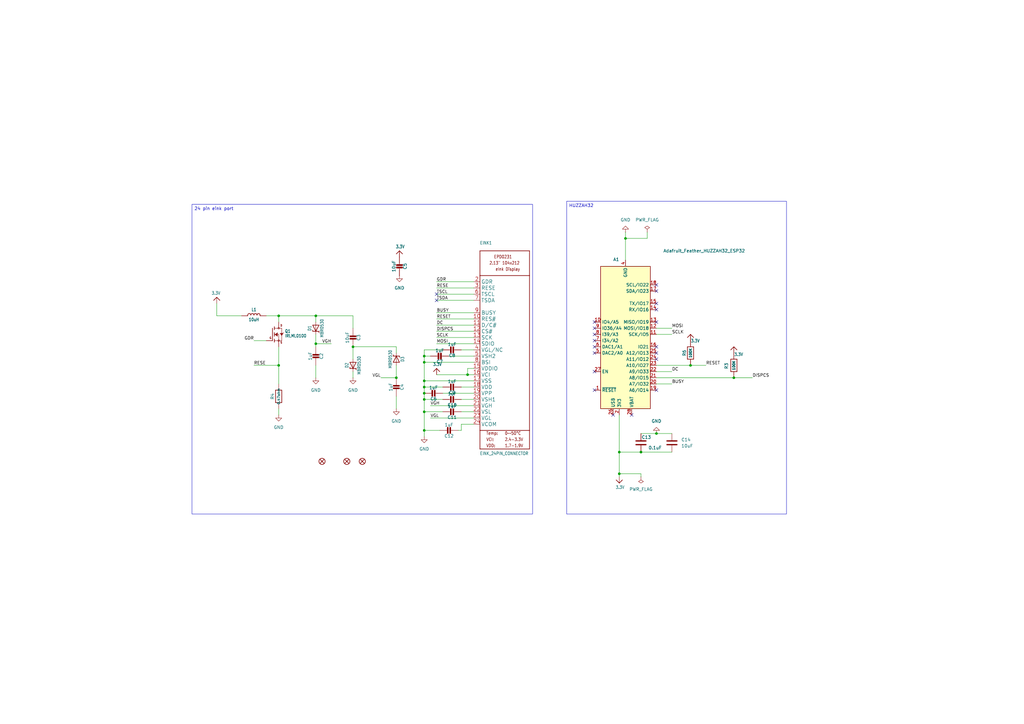
<source format=kicad_sch>
(kicad_sch (version 20250114) (generator "eeschema") (generator_version "9.0")
  (paper "A3")
  (lib_symbols
    (symbol "Adafruit eInk Breakout Friend-eagle-import:3.3V" (power)
      (symbol "3.3V_1_0"
        (polyline (pts (xy -1.27 -1.27) (xy 0 0)) (stroke (width 0.254)))
        (polyline (pts (xy 0 0) (xy 1.27 -1.27)) (stroke (width 0.254)))
        (pin power_in line (at 0 -2.54 90) (length 2.54) (name "3.3V") (number "1"))
      )
    )
    (symbol "Adafruit eInk Breakout Friend-eagle-import:CAP_CERAMIC0805-NOOUTLINE"
      (property "Reference" "C" (at -2.29 1.25 90))
      (symbol "CAP_CERAMIC0805-NOOUTLINE_1_0"
        (rectangle (start -1.27 1.524) (end 1.27 2.032) (fill (type outline)))
        (rectangle (start -1.27 0.508) (end 1.27 1.016) (fill (type outline)))
        (polyline (pts (xy 0 2.54) (xy 0 1.778)) (stroke (width 0.1524)))
        (polyline (pts (xy 0 0.762) (xy 0 0)) (stroke (width 0.1524)))
        (pin passive line (at 0 5.08 270) (length 2.54) (name "1") (number "1"))
        (pin passive line (at 0 -2.54 90) (length 2.54) (name "2") (number "2"))
      )
    )
    (symbol "Adafruit eInk Breakout Friend-eagle-import:DIODE-SCHOTTKYSOD-123"
      (property "Reference" "D" (at 0 2.54 0))
      (symbol "DIODE-SCHOTTKYSOD-123_1_0"
        (polyline (pts (xy -1.27 1.27) (xy -1.27 -1.27)) (stroke (width 0.254)))
        (polyline (pts (xy -1.27 -1.27) (xy 1.27 0)) (stroke (width 0.254)))
        (polyline (pts (xy 1.27 1.27) (xy 0.762 1.27)) (stroke (width 0.254)))
        (polyline (pts (xy 1.27 1.27) (xy 1.27 0)) (stroke (width 0.254)))
        (polyline (pts (xy 1.27 0) (xy -1.27 1.27)) (stroke (width 0.254)))
        (polyline (pts (xy 1.27 0) (xy 1.27 -1.27)) (stroke (width 0.254)))
        (polyline (pts (xy 1.27 -1.27) (xy 1.778 -1.27)) (stroke (width 0.254)))
        (pin passive line (at -2.54 0 0) (length 2.54) (name "A") (number "A"))
        (pin passive line (at 2.54 0 180) (length 2.54) (name "C") (number "C"))
      )
    )
    (symbol "Adafruit eInk Breakout Friend-eagle-import:EINK_24PIN_CONNECTOR"
      (property "Reference" "EINK" (at -10.16 43.18 0))
      (symbol "EINK_24PIN_CONNECTOR_1_0"
        (polyline (pts (xy -10.16 40.64) (xy -10.16 30.48)) (stroke (width 0.254)))
        (polyline (pts (xy -10.16 40.64) (xy 10.16 40.64)) (stroke (width 0.254)))
        (polyline (pts (xy -10.16 30.48) (xy 10.16 30.48)) (stroke (width 0.254)))
        (polyline (pts (xy -10.16 -33.02) (xy -10.16 30.48)) (stroke (width 0.254)))
        (polyline (pts (xy -10.16 -33.02) (xy -10.16 -40.64)) (stroke (width 0.254)))
        (polyline (pts (xy -10.16 -40.64) (xy 10.16 -40.64)) (stroke (width 0.254)))
        (polyline (pts (xy 10.16 40.64) (xy 10.16 30.48)) (stroke (width 0.254)))
        (polyline (pts (xy 10.16 30.48) (xy 10.16 -33.02)) (stroke (width 0.254)))
        (polyline (pts (xy 10.16 -33.02) (xy -10.16 -33.02)) (stroke (width 0.254)))
        (polyline (pts (xy 10.16 -40.64) (xy 10.16 -33.02)) (stroke (width 0.254)))
        (text "Temp:" (at -7.62 -34.925 0) (effects (font (size 1.27 1.0795)) (justify left bottom)))
        (text "VCI:" (at -7.62 -37.465 0) (effects (font (size 1.27 1.0795)) (justify left bottom)))
        (text "VDD:" (at -7.62 -40.005 0) (effects (font (size 1.27 1.0795)) (justify left bottom)))
        (text "2.13\" 104x212" (at -6.35 34.925 0) (effects (font (size 1.27 1.0795)) (justify left bottom)))
        (text "EPD0231" (at -4.445 37.465 0) (effects (font (size 1.27 1.0795)) (justify left bottom)))
        (text "eInk Display" (at -3.81 32.385 0) (effects (font (size 1.27 1.0795)) (justify left bottom)))
        (text "0~~50°C" (at 0 -34.925 0) (effects (font (size 1.27 1.0795)) (justify left bottom)))
        (text "2.4-3.3V" (at 0 -37.465 0) (effects (font (size 1.27 1.0795)) (justify left bottom)))
        (text "1.7-1.9V" (at 0 -40.005 0) (effects (font (size 1.27 1.0795)) (justify left bottom)))
        (pin output line (at -12.7 27.94 0) (length 2.54) (name "GDR") (number "2"))
        (pin input line (at -12.7 25.4 0) (length 2.54) (name "RESE") (number "3"))
        (pin output line (at -12.7 22.86 0) (length 2.54) (name "TSCL") (number "6"))
        (pin bidirectional line (at -12.7 20.32 0) (length 2.54) (name "TSDA") (number "7"))
        (pin output line (at -12.7 15.24 0) (length 2.54) (name "BUSY") (number "9"))
        (pin input line (at -12.7 12.7 0) (length 2.54) (name "RES#") (number "10"))
        (pin input line (at -12.7 10.16 0) (length 2.54) (name "D/C#") (number "11"))
        (pin input line (at -12.7 7.62 0) (length 2.54) (name "CS#") (number "12"))
        (pin bidirectional line (at -12.7 5.08 0) (length 2.54) (name "SCK") (number "13"))
        (pin bidirectional line (at -12.7 2.54 0) (length 2.54) (name "SDIO") (number "14"))
        (pin bidirectional line (at -12.7 0 0) (length 2.54) (name "VGL/NC") (number "4"))
        (pin passive line (at -12.7 -2.54 0) (length 2.54) (name "VSH2") (number "5"))
        (pin input line (at -12.7 -5.08 0) (length 2.54) (name "BSI") (number "8"))
        (pin power_in line (at -12.7 -7.62 0) (length 2.54) (name "VDDIO") (number "15"))
        (pin power_in line (at -12.7 -10.16 0) (length 2.54) (name "VCI") (number "16"))
        (pin power_in line (at -12.7 -12.7 0) (length 2.54) (name "VSS") (number "17"))
        (pin passive line (at -12.7 -15.24 0) (length 2.54) (name "VDD") (number "18"))
        (pin passive line (at -12.7 -17.78 0) (length 2.54) (name "VPP") (number "19"))
        (pin passive line (at -12.7 -20.32 0) (length 2.54) (name "VSH1") (number "20"))
        (pin passive line (at -12.7 -22.86 0) (length 2.54) (name "VGH") (number "21"))
        (pin passive line (at -12.7 -25.4 0) (length 2.54) (name "VSL") (number "22"))
        (pin passive line (at -12.7 -27.94 0) (length 2.54) (name "VGL") (number "23"))
        (pin passive line (at -12.7 -30.48 0) (length 2.54) (name "VCOM") (number "24"))
      )
    )
    (symbol "Adafruit eInk Breakout Friend-eagle-import:FIDUCIAL_1MM"
      (symbol "FIDUCIAL_1MM_1_0"
        (polyline (pts (xy -0.762 0.762) (xy 0.762 -0.762)) (stroke (width 0.254)))
        (circle (center 0 0) (radius 1.27) (stroke (width 0.254)))
        (polyline (pts (xy 0.762 0.762) (xy -0.762 -0.762)) (stroke (width 0.254)))
      )
    )
    (symbol "Adafruit eInk Breakout Friend-eagle-import:INDUCTORNR401"
      (property "Reference" "L" (at 0 2.54 0))
      (symbol "INDUCTORNR401_1_0"
        (polyline (pts (xy -2.54 0.3175) (xy -2.54 0)) (stroke (width 0.254)))
        (arc (start -2.54 0.3175) (mid -1.9049 0.9524) (end -1.27 0.3173) (stroke (width 0.254)))
        (arc (start -1.27 0.3175) (mid -0.6349 0.9524) (end 0 0.3173) (stroke (width 0.254)))
        (arc (start 0 0.3175) (mid 0.6351 0.9524) (end 1.27 0.3173) (stroke (width 0.254)))
        (arc (start 1.27 0.3175) (mid 1.9051 0.9524) (end 2.54 0.3173) (stroke (width 0.254)))
        (polyline (pts (xy 2.54 0.3175) (xy 2.54 0)) (stroke (width 0.254)))
        (pin passive line (at -5.08 0 0) (length 2.54) (name "1") (number "P$1"))
        (pin passive line (at 5.08 0 180) (length 2.54) (name "2") (number "P$2"))
      )
    )
    (symbol "Adafruit eInk Breakout Friend-eagle-import:IRLML2060TRPBF"
      (property "Reference" "Q" (at 5.08 0.635 0))
      (symbol "IRLML2060TRPBF_1_0"
        (polyline (pts (xy 0 2.54) (xy 0 -2.54)) (stroke (width 0.254)))
        (polyline (pts (xy 0.762 3.175) (xy 0.762 2.54)) (stroke (width 0.254)))
        (polyline (pts (xy 0.762 2.54) (xy 0.762 1.905)) (stroke (width 0.254)))
        (polyline (pts (xy 0.762 2.54) (xy 3.81 2.54)) (stroke (width 0.1524)))
        (polyline (pts (xy 0.762 0.762) (xy 0.762 0)) (stroke (width 0.254)))
        (polyline (pts (xy 0.762 0) (xy 0.762 -0.762)) (stroke (width 0.254)))
        (polyline (pts (xy 0.762 0) (xy 2.54 0)) (stroke (width 0.1524)))
        (polyline (pts (xy 0.762 -1.905) (xy 0.762 -2.54)) (stroke (width 0.254)))
        (polyline (pts (xy 0.762 -2.54) (xy 0.762 -3.175)) (stroke (width 0.254)))
        (polyline (pts (xy 1.016 0) (xy 2.032 -0.762) (xy 2.032 0.762)) (stroke (width 0.1524)) (fill (type outline)))
        (circle (center 2.54 2.54) (radius 0.3592))
        (polyline (pts (xy 2.54 0) (xy 2.54 -2.54)) (stroke (width 0.1524)))
        (polyline (pts (xy 2.54 -2.54) (xy 0.762 -2.54)) (stroke (width 0.1524)))
        (polyline (pts (xy 2.54 -2.54) (xy 3.81 -2.54)) (stroke (width 0.1524)))
        (circle (center 2.54 -2.54) (radius 0.3592))
        (polyline (pts (xy 3.302 0.508) (xy 3.048 0.254)) (stroke (width 0.1524)))
        (polyline (pts (xy 3.81 2.54) (xy 3.81 0.508)) (stroke (width 0.1524)))
        (polyline (pts (xy 3.81 0.508) (xy 3.302 0.508)) (stroke (width 0.1524)))
        (polyline (pts (xy 3.81 0.508) (xy 3.81 -2.54)) (stroke (width 0.1524)))
        (polyline (pts (xy 3.81 -0.508) (xy 3.302 0.254) (xy 4.318 0.254)) (stroke (width 0.1524)) (fill (type outline)))
        (polyline (pts (xy 4.318 0.508) (xy 3.81 0.508)) (stroke (width 0.1524)))
        (polyline (pts (xy 4.572 0.762) (xy 4.318 0.508)) (stroke (width 0.1524)))
        (text "G" (at -1.27 -1.905 0) (effects (font (size 0.8128 0.6908)) (justify left bottom)))
        (text "D" (at 3.175 3.175 0) (effects (font (size 0.8128 0.6908)) (justify left bottom)))
        (text "S" (at 3.175 -3.81 0) (effects (font (size 0.8128 0.6908)) (justify left bottom)))
        (pin bidirectional line (at -2.54 -2.54 0) (length 2.54) (name "G") (number "1"))
        (pin bidirectional line (at 2.54 5.08 270) (length 2.54) (name "D") (number "3"))
        (pin bidirectional line (at 2.54 -5.08 90) (length 2.54) (name "S") (number "2"))
      )
    )
    (symbol "Adafruit eInk Breakout Friend-eagle-import:RESISTOR0805_NOOUTLINE"
      (property "Reference" "R" (at 0 2.54 0))
      (symbol "RESISTOR0805_NOOUTLINE_1_0"
        (polyline (pts (xy -2.54 1.27) (xy 2.54 1.27)) (stroke (width 0.254)))
        (polyline (pts (xy -2.54 -1.27) (xy -2.54 1.27)) (stroke (width 0.254)))
        (polyline (pts (xy 2.54 1.27) (xy 2.54 -1.27)) (stroke (width 0.254)))
        (polyline (pts (xy 2.54 -1.27) (xy -2.54 -1.27)) (stroke (width 0.254)))
        (pin passive line (at -5.08 0 0) (length 2.54) (name "1") (number "1"))
        (pin passive line (at 5.08 0 180) (length 2.54) (name "2") (number "2"))
      )
    )
    (symbol "Adafruit eInk Breakout Friend-eagle-import:RESISTOR_0603_NOOUT"
      (property "Reference" "R" (at 0 2.54 0))
      (symbol "RESISTOR_0603_NOOUT_1_0"
        (polyline (pts (xy -2.54 1.27) (xy 2.54 1.27)) (stroke (width 0.254)))
        (polyline (pts (xy -2.54 -1.27) (xy -2.54 1.27)) (stroke (width 0.254)))
        (polyline (pts (xy 2.54 1.27) (xy 2.54 -1.27)) (stroke (width 0.254)))
        (polyline (pts (xy 2.54 -1.27) (xy -2.54 -1.27)) (stroke (width 0.254)))
        (pin passive line (at -5.08 0 0) (length 2.54) (name "1") (number "1"))
        (pin passive line (at 5.08 0 180) (length 2.54) (name "2") (number "2"))
      )
    )
    (symbol "Device:C" (pin_numbers (hide yes)) (pin_names (offset 0.254))
      (property "Reference" "C" (at 0.635 2.54 0))
      (property "Value" "C" (at 0.635 -2.54 0))
      (symbol "C_0_1"
        (polyline (pts (xy -2.032 0.762) (xy 2.032 0.762)) (stroke (width 0.508)))
        (polyline (pts (xy -2.032 -0.762) (xy 2.032 -0.762)) (stroke (width 0.508)))
      )
      (symbol "C_1_1"
        (pin passive line (at 0 3.81 270) (length 2.794) (name "~") (number "1"))
        (pin passive line (at 0 -3.81 90) (length 2.794) (name "~") (number "2"))
      )
    )
    (symbol "MCU_Module:Adafruit_Feather_HUZZAH32_ESP32"
      (property "Reference" "A" (at -10.16 29.21 0))
      (property "Value" "Adafruit_Feather_HUZZAH32_ESP32" (at 2.54 -31.75 0))
      (symbol "Adafruit_Feather_HUZZAH32_ESP32_0_1"
        (rectangle (start -10.16 27.94) (end 10.16 -30.48) (stroke (width 0.254)) (fill (type background)))
      )
      (symbol "Adafruit_Feather_HUZZAH32_ESP32_1_1"
        (pin bidirectional line (at -12.7 20.32 0) (length 2.54) (name "A6/IO14") (number "19"))
        (pin bidirectional line (at -12.7 17.78 0) (length 2.54) (name "A7/IO32") (number "20"))
        (pin bidirectional line (at -12.7 15.24 0) (length 2.54) (name "A8/IO15") (number "21"))
        (pin bidirectional line (at -12.7 12.7 0) (length 2.54) (name "A9/IO33") (number "22"))
        (pin bidirectional line (at -12.7 10.16 0) (length 2.54) (name "A10/IO27") (number "23"))
        (pin bidirectional line (at -12.7 7.62 0) (length 2.54) (name "A11/IO12") (number "24"))
        (pin bidirectional line (at -12.7 5.08 0) (length 2.54) (name "A12/IO13") (number "25"))
        (pin bidirectional line (at -12.7 2.54 0) (length 2.54) (name "IO21") (number "16"))
        (pin bidirectional line (at -12.7 -2.54 0) (length 2.54) (name "SCK/IO5") (number "11"))
        (pin bidirectional line (at -12.7 -5.08 0) (length 2.54) (name "MOSI/IO18") (number "12"))
        (pin bidirectional line (at -12.7 -7.62 0) (length 2.54) (name "MISO/IO19") (number "13"))
        (pin bidirectional line (at -12.7 -12.7 0) (length 2.54) (name "RX/IO16") (number "14"))
        (pin bidirectional line (at -12.7 -15.24 0) (length 2.54) (name "TX/IO17") (number "15"))
        (pin bidirectional line (at -12.7 -20.32 0) (length 2.54) (name "SDA/IO23") (number "17"))
        (pin bidirectional line (at -12.7 -22.86 0) (length 2.54) (name "SCL/IO22") (number "18"))
        (pin power_in line (at -2.54 30.48 270) (length 2.54) (name "VBAT") (number "28"))
        (pin power_in line (at 0 -33.02 90) (length 2.54) (name "GND") (number "4"))
        (pin power_in line (at 2.54 30.48 270) (length 2.54) (name "3V3") (number "2"))
        (pin power_in line (at 5.08 30.48 270) (length 2.54) (name "USB") (number "26"))
        (pin no_connect line (at 10.16 10.16 180) (length 2.54) (hide yes) (name "NC") (number "3"))
        (pin input line (at 12.7 20.32 180) (length 2.54) (name "~{RESET}") (number "1"))
        (pin input line (at 12.7 12.7 180) (length 2.54) (name "EN") (number "27"))
        (pin bidirectional line (at 12.7 5.08 180) (length 2.54) (name "DAC2/A0") (number "5"))
        (pin bidirectional line (at 12.7 2.54 180) (length 2.54) (name "DAC1/A1") (number "6"))
        (pin bidirectional line (at 12.7 0 180) (length 2.54) (name "I34/A2") (number "7"))
        (pin bidirectional line (at 12.7 -2.54 180) (length 2.54) (name "I39/A3") (number "8"))
        (pin bidirectional line (at 12.7 -5.08 180) (length 2.54) (name "IO36/A4") (number "9"))
        (pin bidirectional line (at 12.7 -7.62 180) (length 2.54) (name "IO4/A5") (number "10"))
      )
    )
    (symbol "power:GND" (power) (pin_numbers (hide yes)) (pin_names (offset 0) (hide yes))
      (property "Value" "GND" (at 0 -3.81 0))
      (symbol "GND_0_1"
        (polyline (pts (xy 0 0) (xy 0 -1.27) (xy 1.27 -1.27) (xy 0 -2.54) (xy -1.27 -1.27) (xy 0 -1.27)))
      )
      (symbol "GND_1_1"
        (pin power_in line (at 0 0 270) (length 0) (name "~") (number "1"))
      )
    )
    (symbol "power:PWR_FLAG" (power) (pin_numbers (hide yes)) (pin_names (offset 0) (hide yes))
      (property "Value" "PWR_FLAG" (at 0 3.81 0))
      (symbol "PWR_FLAG_0_0"
        (pin power_out line (at 0 0 90) (length 0) (name "~") (number "1"))
      )
      (symbol "PWR_FLAG_0_1"
        (polyline (pts (xy 0 0) (xy 0 1.27) (xy -1.016 1.905) (xy 0 2.54) (xy 1.016 1.905) (xy 0 1.27)))
      )
    )
  )
  (text_box "24 pin eink port" (at 78.74 83.82 0) (size 139.7 127) (margins 0.9525 0.9525 0.9525 0.9525) (effects (font (size 1.27 1.27)) (justify left top)))
  (text_box "HUZZAH32\n" (at 232.41 82.55 0) (size 90.17 128.27) (margins 0.9525 0.9525 0.9525 0.9525) (effects (font (size 1.27 1.27)) (justify left top)))
  (junction (at 129.54 129.54))
  (junction (at 129.54 140.97))
  (junction (at 173.99 148.59))
  (junction (at 173.99 168.91))
  (junction (at 254 194.31))
  (junction (at 173.99 156.21))
  (junction (at 269.24 177.8))
  (junction (at 173.99 176.53))
  (junction (at 262.89 185.42))
  (junction (at 173.99 161.29))
  (junction (at 173.99 158.75))
  (junction (at 114.3 149.86))
  (junction (at 300.99 154.94))
  (junction (at 173.99 163.83))
  (junction (at 144.78 142.24))
  (junction (at 173.99 146.05))
  (junction (at 162.56 154.94))
  (junction (at 254 185.42))
  (junction (at 114.3 129.54))
  (junction (at 256.54 97.79))
  (junction (at 191.77 153.67))
  (junction (at 283.21 149.86))
  (no_connect (at 243.84 160.02))
  (no_connect (at 243.84 152.4))
  (no_connect (at 269.24 160.02))
  (no_connect (at 269.24 127))
  (no_connect (at 269.24 144.78))
  (no_connect (at 269.24 142.24))
  (no_connect (at 243.84 134.62))
  (no_connect (at 243.84 132.08))
  (no_connect (at 269.24 132.08))
  (no_connect (at 179.07 120.65))
  (no_connect (at 269.24 119.38))
  (no_connect (at 269.24 116.84))
  (no_connect (at 269.24 124.46))
  (no_connect (at 243.84 139.7))
  (no_connect (at 243.84 137.16))
  (no_connect (at 243.84 142.24))
  (no_connect (at 243.84 144.78))
  (no_connect (at 251.46 170.18))
  (no_connect (at 179.07 123.19))
  (no_connect (at 259.08 170.18))
  (no_connect (at 269.24 147.32))
  (wire (pts (xy 194.31 140.97) (xy 179.07 140.97)) (stroke (width 0.1524)))
  (wire (pts (xy 187.96 176.53) (xy 189.23 176.53)) (stroke (width 0.1524)))
  (wire (pts (xy 265.43 97.79) (xy 256.54 97.79)))
  (wire (pts (xy 189.23 163.83) (xy 194.31 163.83)) (stroke (width 0.1524)))
  (wire (pts (xy 173.99 148.59) (xy 173.99 146.05)) (stroke (width 0.1524)))
  (wire (pts (xy 173.99 168.91) (xy 173.99 163.83)) (stroke (width 0.1524)))
  (wire (pts (xy 254 195.58) (xy 254 194.31)))
  (wire (pts (xy 269.24 157.48) (xy 275.59 157.48)))
  (wire (pts (xy 114.3 129.54) (xy 109.22 129.54)) (stroke (width 0.1524)))
  (wire (pts (xy 181.61 163.83) (xy 173.99 163.83)) (stroke (width 0.1524)))
  (wire (pts (xy 191.77 151.13) (xy 191.77 153.67)) (stroke (width 0.1524)))
  (wire (pts (xy 262.89 195.58) (xy 262.89 194.31)))
  (wire (pts (xy 269.24 177.8) (xy 275.59 177.8)))
  (wire (pts (xy 162.56 144.78) (xy 162.56 142.24)) (stroke (width 0.1524)))
  (wire (pts (xy 162.56 154.94) (xy 162.56 149.86)) (stroke (width 0.1524)))
  (wire (pts (xy 144.78 129.54) (xy 144.78 134.62)) (stroke (width 0.1524)))
  (wire (pts (xy 180.34 176.53) (xy 173.99 176.53)) (stroke (width 0.1524)))
  (wire (pts (xy 269.24 154.94) (xy 300.99 154.94)))
  (wire (pts (xy 189.23 168.91) (xy 194.31 168.91)) (stroke (width 0.1524)))
  (wire (pts (xy 265.43 95.25) (xy 265.43 97.79)))
  (wire (pts (xy 173.99 168.91) (xy 173.99 176.53)) (stroke (width 0.1524)))
  (wire (pts (xy 179.07 130.81) (xy 194.31 130.81)))
  (wire (pts (xy 179.07 115.57) (xy 194.31 115.57)))
  (wire (pts (xy 129.54 137.16) (xy 129.54 140.97)) (stroke (width 0.1524)))
  (wire (pts (xy 162.56 167.64) (xy 162.56 162.56)) (stroke (width 0.1524)))
  (wire (pts (xy 173.99 179.07) (xy 173.99 176.53)) (stroke (width 0.1524)))
  (wire (pts (xy 104.14 149.86) (xy 114.3 149.86)) (stroke (width 0.1524)))
  (wire (pts (xy 269.24 152.4) (xy 275.59 152.4)))
  (wire (pts (xy 262.89 185.42) (xy 275.59 185.42)))
  (wire (pts (xy 162.56 142.24) (xy 144.78 142.24)) (stroke (width 0.1524)))
  (wire (pts (xy 194.31 133.35) (xy 179.07 133.35)) (stroke (width 0.1524)))
  (wire (pts (xy 191.77 153.67) (xy 179.07 153.67)) (stroke (width 0.1524)))
  (wire (pts (xy 173.99 146.05) (xy 176.53 146.05)) (stroke (width 0.1524)))
  (wire (pts (xy 194.31 128.27) (xy 179.07 128.27)) (stroke (width 0.1524)))
  (wire (pts (xy 144.78 147.32) (xy 144.78 142.24)) (stroke (width 0.1524)))
  (wire (pts (xy 194.31 161.29) (xy 181.61 161.29)) (stroke (width 0.1524)))
  (wire (pts (xy 300.99 154.94) (xy 308.61 154.94)))
  (wire (pts (xy 173.99 158.75) (xy 173.99 156.21)) (stroke (width 0.1524)))
  (wire (pts (xy 129.54 129.54) (xy 144.78 129.54)) (stroke (width 0.1524)))
  (wire (pts (xy 88.9 124.46) (xy 88.9 129.54)) (stroke (width 0.1524)))
  (wire (pts (xy 194.31 143.51) (xy 189.23 143.51)) (stroke (width 0.1524)))
  (wire (pts (xy 179.07 135.89) (xy 194.31 135.89)) (stroke (width 0.1524)))
  (wire (pts (xy 114.3 170.18) (xy 114.3 167.64)) (stroke (width 0.1524)))
  (wire (pts (xy 176.53 166.37) (xy 194.31 166.37)))
  (wire (pts (xy 194.31 146.05) (xy 184.15 146.05)) (stroke (width 0.1524)))
  (wire (pts (xy 173.99 161.29) (xy 173.99 158.75)) (stroke (width 0.1524)))
  (wire (pts (xy 181.61 168.91) (xy 173.99 168.91)) (stroke (width 0.1524)))
  (wire (pts (xy 191.77 153.67) (xy 194.31 153.67)) (stroke (width 0.1524)))
  (wire (pts (xy 254 185.42) (xy 262.89 185.42)))
  (wire (pts (xy 176.53 171.45) (xy 194.31 171.45)))
  (wire (pts (xy 194.31 158.75) (xy 189.23 158.75)) (stroke (width 0.1524)))
  (wire (pts (xy 269.24 149.86) (xy 283.21 149.86)))
  (wire (pts (xy 179.07 118.11) (xy 194.31 118.11)))
  (wire (pts (xy 262.89 177.8) (xy 269.24 177.8)))
  (wire (pts (xy 144.78 152.4) (xy 144.78 154.94)) (stroke (width 0.1524)))
  (wire (pts (xy 173.99 163.83) (xy 173.99 161.29)) (stroke (width 0.1524)))
  (wire (pts (xy 254 170.18) (xy 254 185.42)))
  (wire (pts (xy 189.23 176.53) (xy 189.23 173.99)) (stroke (width 0.1524)))
  (wire (pts (xy 114.3 132.08) (xy 114.3 129.54)) (stroke (width 0.1524)))
  (wire (pts (xy 256.54 97.79) (xy 256.54 106.68)))
  (wire (pts (xy 194.31 151.13) (xy 191.77 151.13)) (stroke (width 0.1524)))
  (wire (pts (xy 173.99 143.51) (xy 173.99 146.05)) (stroke (width 0.1524)))
  (wire (pts (xy 129.54 129.54) (xy 129.54 132.08)) (stroke (width 0.1524)))
  (wire (pts (xy 129.54 140.97) (xy 135.89 140.97)))
  (wire (pts (xy 269.24 137.16) (xy 275.59 137.16)))
  (wire (pts (xy 189.23 173.99) (xy 194.31 173.99)) (stroke (width 0.1524)))
  (wire (pts (xy 156.21 154.94) (xy 162.56 154.94)) (stroke (width 0.1524)))
  (wire (pts (xy 194.31 156.21) (xy 173.99 156.21)) (stroke (width 0.1524)))
  (wire (pts (xy 129.54 140.97) (xy 129.54 142.24)) (stroke (width 0.1524)))
  (wire (pts (xy 256.54 95.25) (xy 256.54 97.79)))
  (wire (pts (xy 269.24 134.62) (xy 275.59 134.62)))
  (wire (pts (xy 262.89 194.31) (xy 254 194.31)))
  (wire (pts (xy 179.07 120.65) (xy 194.31 120.65)) (stroke (width 0.1524)))
  (wire (pts (xy 129.54 149.86) (xy 129.54 154.94)) (stroke (width 0.1524)))
  (wire (pts (xy 283.21 149.86) (xy 289.56 149.86)))
  (wire (pts (xy 114.3 142.24) (xy 114.3 149.86)) (stroke (width 0.1524)))
  (wire (pts (xy 88.9 129.54) (xy 99.06 129.54)) (stroke (width 0.1524)))
  (wire (pts (xy 181.61 158.75) (xy 173.99 158.75)) (stroke (width 0.1524)))
  (wire (pts (xy 254 185.42) (xy 254 194.31)))
  (wire (pts (xy 114.3 129.54) (xy 129.54 129.54)) (stroke (width 0.1524)))
  (wire (pts (xy 194.31 148.59) (xy 173.99 148.59)) (stroke (width 0.1524)))
  (wire (pts (xy 114.3 149.86) (xy 114.3 157.48)) (stroke (width 0.1524)))
  (wire (pts (xy 194.31 138.43) (xy 179.07 138.43)) (stroke (width 0.1524)))
  (wire (pts (xy 104.14 139.7) (xy 109.22 139.7)))
  (wire (pts (xy 179.07 123.19) (xy 194.31 123.19)) (stroke (width 0.1524)))
  (wire (pts (xy 173.99 156.21) (xy 173.99 148.59)) (stroke (width 0.1524)))
  (wire (pts (xy 181.61 143.51) (xy 173.99 143.51)) (stroke (width 0.1524)))
  (label "DC" (at 179.07 133.35 0) (effects (font (size 1.2446 1.2446))))
  (label "DISPCS" (at 308.61 154.94 0) (effects (font (size 1.2446 1.2446))))
  (label "GDR" (at 179.07 115.57 0) (effects (font (size 1.2446 1.2446))))
  (label "RESE" (at 179.07 118.11 0) (effects (font (size 1.2446 1.2446))))
  (label "MOSI" (at 275.59 134.62 0) (effects (font (size 1.2446 1.2446))))
  (label "DISPCS" (at 179.07 135.89 0) (effects (font (size 1.2446 1.2446))))
  (label "SCLK" (at 179.07 138.43 0) (effects (font (size 1.2446 1.2446))))
  (label "RESET" (at 289.56 149.86 0) (effects (font (size 1.2446 1.2446))))
  (label "VGL" (at 176.53 171.45 0) (effects (font (size 1.2446 1.2446))))
  (label "VGH" (at 176.53 166.37 0) (effects (font (size 1.2446 1.2446))))
  (label "VGH" (at 135.89 140.97 180) (effects (font (size 1.2446 1.2446))))
  (label "MOSI" (at 179.07 140.97 0) (effects (font (size 1.2446 1.2446))))
  (label "RESE" (at 104.14 149.86 0) (effects (font (size 1.2446 1.2446))))
  (label "DC" (at 275.59 152.4 0) (effects (font (size 1.2446 1.2446))))
  (label "BUSY" (at 179.07 128.27 0) (effects (font (size 1.2446 1.2446))))
  (label "RESET" (at 179.07 130.81 0) (effects (font (size 1.2446 1.2446))))
  (label "GDR" (at 104.14 139.7 180) (effects (font (size 1.2446 1.2446))))
  (label "BUSY" (at 275.59 157.48 0) (effects (font (size 1.2446 1.2446))))
  (label "VGL" (at 156.21 154.94 180) (effects (font (size 1.2446 1.2446))))
  (label "SCLK" (at 275.59 137.16 0) (effects (font (size 1.2446 1.2446))))
  (label "TSCL" (at 179.07 120.65 0) (effects (font (size 1.2446 1.2446))))
  (label "TSDA" (at 179.07 123.19 0) (effects (font (size 1.2446 1.2446))))
  (symbol (lib_id "power:PWR_FLAG") (at 265.43 95.25 0) (unit 1)
    (property "Reference" "#FLG02" (effects (hide yes)))
    (property "Value" "PWR_FLAG" (at 265.43 90.17 0))
    (property "Description" "Special symbol for telling ERC where power comes from" (effects (hide yes)))
  )
  (symbol (lib_id "Adafruit eInk Breakout Friend-eagle-import:CAP_CERAMIC0805-NOOUTLINE") (at 129.54 147.32 0) (mirror y) (unit 1)
    (property "Reference" "C2" (at 131.83 146.07 90))
    (property "Value" "1uF" (at 127.24 146.07 90))
    (property "Footprint" "Adafruit eInk Breakout Friend:0805-NO" (effects (hide yes)))
  )
  (symbol (lib_id "Device:C") (at 262.89 181.61 0) (unit 1)
    (property "Reference" "C13" (at 263.144 179.324 0) (effects (justify left)))
    (property "Value" "0.1uF" (at 265.938 183.642 0) (effects (justify left)))
    (property "Footprint" "Adafruit eInk Breakout Friend:0805-NO" (effects (hide yes)))
    (property "Description" "Unpolarized capacitor" (effects (hide yes)))
  )
  (symbol (lib_id "Device:C") (at 275.59 181.61 0) (unit 1)
    (property "Reference" "C14" (at 279.4 180.3399 0) (effects (justify left)))
    (property "Value" "10uF" (at 279.4 182.8799 0) (effects (justify left)))
    (property "Footprint" "Adafruit eInk Breakout Friend:0805-NO" (effects (hide yes)))
    (property "Description" "Unpolarized capacitor" (effects (hide yes)))
  )
  (symbol (lib_id "Adafruit eInk Breakout Friend-eagle-import:3.3V") (at 163.83 102.87 0) (unit 1)
    (property "Reference" "#U$015" (effects (hide yes)))
    (property "Value" "3.3V" (at 162.306 101.854 0) (effects (font (size 1.27 1.0795)) (justify left bottom)))
  )
  (symbol (lib_id "power:GND") (at 129.54 154.94 0) (unit 1)
    (property "Reference" "#PWR08" (effects (hide yes)))
    (property "Value" "GND" (at 129.54 160.02 0))
    (property "Description" "Power symbol creates a global label with name \"GND\" , ground" (effects (hide yes)))
  )
  (symbol (lib_id "Adafruit eInk Breakout Friend-eagle-import:EINK_24PIN_CONNECTOR") (at 207.01 143.51 0) (unit 1)
    (property "Reference" "EINK1" (at 196.85 100.33 0) (effects (font (size 1.27 1.0795)) (justify left bottom)))
    (property "Value" "EINK_24PIN_CONNECTOR" (at 196.85 186.69 0) (effects (font (size 1.27 1.0795)) (justify left bottom)))
    (property "Footprint" "Adafruit eInk Breakout Friend:EINK_24PIN" (effects (hide yes)))
  )
  (symbol (lib_id "power:PWR_FLAG") (at 262.89 195.58 180) (unit 1)
    (property "Reference" "#FLG01" (effects (hide yes)))
    (property "Value" "PWR_FLAG" (at 262.89 200.66 0))
    (property "Description" "Special symbol for telling ERC where power comes from" (effects (hide yes)))
  )
  (symbol (lib_id "Adafruit eInk Breakout Friend-eagle-import:DIODE-SCHOTTKYSOD-123") (at 144.78 149.86 90) (mirror x) (unit 1)
    (property "Reference" "D2" (at 142.24 149.86 0) (effects (font (size 1.27 1.0795))))
    (property "Value" "MBR0530" (at 147.28 149.86 0) (effects (font (size 1.27 1.0795))))
    (property "Footprint" "Adafruit eInk Breakout Friend:SOD-123" (effects (hide yes)))
  )
  (symbol (lib_id "power:GND") (at 162.56 167.64 0) (unit 1)
    (property "Reference" "#PWR06" (effects (hide yes)))
    (property "Value" "GND" (at 162.56 172.72 0))
    (property "Description" "Power symbol creates a global label with name \"GND\" , ground" (effects (hide yes)))
  )
  (symbol (lib_id "power:GND") (at 256.54 95.25 180) (unit 1)
    (property "Reference" "#PWR011" (effects (hide yes)))
    (property "Value" "GND" (at 256.54 90.17 0))
    (property "Description" "Power symbol creates a global label with name \"GND\" , ground" (effects (hide yes)))
  )
  (symbol (lib_id "power:GND") (at 114.3 170.18 0) (unit 1)
    (property "Reference" "#PWR010" (effects (hide yes)))
    (property "Value" "GND" (at 114.3 175.26 0))
    (property "Description" "Power symbol creates a global label with name \"GND\" , ground" (effects (hide yes)))
  )
  (symbol (lib_id "Adafruit eInk Breakout Friend-eagle-import:IRLML2060TRPBF") (at 111.76 137.16 0) (unit 1)
    (property "Reference" "Q1" (at 116.84 136.525 0) (effects (font (size 1.27 1.0795)) (justify left bottom)))
    (property "Value" "IRLML0100" (at 116.84 138.43 0) (effects (font (size 1.27 1.0795)) (justify left bottom)))
    (property "Footprint" "Adafruit eInk Breakout Friend:SOT23-3" (effects (hide yes)))
  )
  (symbol (lib_id "Adafruit eInk Breakout Friend-eagle-import:CAP_CERAMIC0805-NOOUTLINE") (at 162.56 160.02 0) (mirror y) (unit 1)
    (property "Reference" "C4" (at 164.85 158.77 90))
    (property "Value" "1uF" (at 160.26 158.77 90))
    (property "Footprint" "Adafruit eInk Breakout Friend:0805-NO" (effects (hide yes)))
  )
  (symbol (lib_id "Adafruit eInk Breakout Friend-eagle-import:CAP_CERAMIC0805-NOOUTLINE") (at 163.83 107.95 180) (unit 1)
    (property "Reference" "C5" (at 166.12 109.2 90))
    (property "Value" "10uF" (at 161.53 109.2 90))
    (property "Footprint" "Adafruit eInk Breakout Friend:0805-NO" (effects (hide yes)))
  )
  (symbol (lib_id "Adafruit eInk Breakout Friend-eagle-import:CAP_CERAMIC0805-NOOUTLINE") (at 181.61 146.05 90) (unit 1)
    (property "Reference" "C7" (at 180.36 148.34 90))
    (property "Value" "1uF" (at 180.36 143.75 90))
    (property "Footprint" "Adafruit eInk Breakout Friend:0805-NO" (effects (hide yes)))
  )
  (symbol (lib_id "Adafruit eInk Breakout Friend-eagle-import:CAP_CERAMIC0805-NOOUTLINE") (at 185.42 176.53 90) (unit 1)
    (property "Reference" "C12" (at 184.17 178.82 90))
    (property "Value" "1uF" (at 184.17 174.23 90))
    (property "Footprint" "Adafruit eInk Breakout Friend:0805-NO" (effects (hide yes)))
  )
  (symbol (lib_id "Adafruit eInk Breakout Friend-eagle-import:CAP_CERAMIC0805-NOOUTLINE") (at 186.69 143.51 90) (unit 1)
    (property "Reference" "C8" (at 185.44 145.8 90))
    (property "Value" "1uF" (at 185.44 141.21 90))
    (property "Footprint" "Adafruit eInk Breakout Friend:0805-NO" (effects (hide yes)))
  )
  (symbol (lib_id "Adafruit eInk Breakout Friend-eagle-import:FIDUCIAL_1MM") (at 132.08 189.23 0) (unit 1)
    (property "Reference" "FID1" (effects (hide yes)))
    (property "Value" "FIDUCIAL_1MM" (effects (hide yes)))
    (property "Footprint" "Adafruit eInk Breakout Friend:FIDUCIAL_1MM" (effects (hide yes)))
  )
  (symbol (lib_id "MCU_Module:Adafruit_Feather_HUZZAH32_ESP32") (at 256.54 139.7 180) (unit 1)
    (property "Reference" "A1" (at 251.46 106.426 0) (effects (justify right)))
    (property "Value" "Adafruit_Feather_HUZZAH32_ESP32" (at 272.034 102.87 0) (effects (justify right)))
    (property "Footprint" "Module:Adafruit_Feather" (effects (hide yes)))
    (property "Datasheet" "https://cdn-learn.adafruit.com/downloads/pdf/adafruit-huzzah32-esp32-feather.pdf" (effects (hide yes)))
    (property "Description" "Microcontroller module with ESP32 MCU" (effects (hide yes)))
  )
  (symbol (lib_id "Adafruit eInk Breakout Friend-eagle-import:RESISTOR0805_NOOUTLINE") (at 114.3 162.56 90) (mirror x) (unit 1)
    (property "Reference" "R4" (at 111.76 162.56 0))
    (property "Value" "0.47ohm" (at 114.3 162.56 0) (effects (font (size 1.016 1.016) (thickness 0.2032) (bold yes))))
    (property "Footprint" "Adafruit eInk Breakout Friend:0805-NO" (effects (hide yes)))
  )
  (symbol (lib_id "Adafruit eInk Breakout Friend-eagle-import:CAP_CERAMIC0805-NOOUTLINE") (at 186.69 168.91 90) (unit 1)
    (property "Reference" "C11" (at 185.44 171.2 90))
    (property "Value" "1uF" (at 185.44 166.61 90))
    (property "Footprint" "Adafruit eInk Breakout Friend:0805-NO" (effects (hide yes)))
  )
  (symbol (lib_id "Adafruit eInk Breakout Friend-eagle-import:3.3V") (at 283.21 137.16 0) (mirror y) (unit 1)
    (property "Reference" "#U$05" (effects (hide yes)))
    (property "Value" "3.3V" (at 287.02 140.462 0) (effects (font (size 1.27 1.0795)) (justify left bottom)))
  )
  (symbol (lib_id "Adafruit eInk Breakout Friend-eagle-import:DIODE-SCHOTTKYSOD-123") (at 129.54 134.62 90) (mirror x) (unit 1)
    (property "Reference" "D1" (at 127 134.62 0) (effects (font (size 1.27 1.0795))))
    (property "Value" "MBR0530" (at 132.04 134.62 0) (effects (font (size 1.27 1.0795))))
    (property "Footprint" "Adafruit eInk Breakout Friend:SOD-123" (effects (hide yes)))
  )
  (symbol (lib_id "Adafruit eInk Breakout Friend-eagle-import:CAP_CERAMIC0805-NOOUTLINE") (at 179.07 161.29 90) (unit 1)
    (property "Reference" "C6" (at 177.82 163.58 90))
    (property "Value" "1uF" (at 177.82 158.99 90))
    (property "Footprint" "Adafruit eInk Breakout Friend:0805-NO" (effects (hide yes)))
  )
  (symbol (lib_id "Adafruit eInk Breakout Friend-eagle-import:INDUCTORNR401") (at 104.14 129.54 0) (mirror y) (unit 1)
    (property "Reference" "L1" (at 104.14 127 0) (effects (font (size 1.27 1.0795))))
    (property "Value" "10uH" (at 104.14 131.08 0) (effects (font (size 1.27 1.0795))))
    (property "Footprint" "Adafruit eInk Breakout Friend:INDUCTOR_4X4MM_NR401" (effects (hide yes)))
  )
  (symbol (lib_id "Adafruit eInk Breakout Friend-eagle-import:DIODE-SCHOTTKYSOD-123") (at 162.56 147.32 270) (mirror x) (unit 1)
    (property "Reference" "D3" (at 165.1 147.32 0) (effects (font (size 1.27 1.0795))))
    (property "Value" "MBR0530" (at 160.06 147.32 0) (effects (font (size 1.27 1.0795))))
    (property "Footprint" "Adafruit eInk Breakout Friend:SOD-123" (effects (hide yes)))
  )
  (symbol (lib_id "Adafruit eInk Breakout Friend-eagle-import:3.3V") (at 88.9 121.92 0) (mirror y) (unit 1)
    (property "Reference" "#U$09" (effects (hide yes)))
    (property "Value" "3.3V" (at 90.424 120.904 0) (effects (font (size 1.27 1.0795)) (justify left bottom)))
  )
  (symbol (lib_id "Adafruit eInk Breakout Friend-eagle-import:CAP_CERAMIC0805-NOOUTLINE") (at 186.69 163.83 90) (unit 1)
    (property "Reference" "C10" (at 185.44 166.12 90))
    (property "Value" "1uF" (at 185.44 161.53 90))
    (property "Footprint" "Adafruit eInk Breakout Friend:0805-NO" (effects (hide yes)))
  )
  (symbol (lib_id "Adafruit eInk Breakout Friend-eagle-import:RESISTOR_0603_NOOUT") (at 283.21 144.78 90) (unit 1)
    (property "Reference" "R6" (at 280.67 144.78 0))
    (property "Value" "100K" (at 283.21 144.78 0) (effects (font (size 1.016 1.016) (thickness 0.2032) (bold yes))))
    (property "Footprint" "Adafruit eInk Breakout Friend:0603-NO" (effects (hide yes)))
  )
  (symbol (lib_id "Adafruit eInk Breakout Friend-eagle-import:CAP_CERAMIC0805-NOOUTLINE") (at 186.69 158.75 90) (unit 1)
    (property "Reference" "C9" (at 185.44 161.04 90))
    (property "Value" "1uF" (at 185.44 156.45 90))
    (property "Footprint" "Adafruit eInk Breakout Friend:0805-NO" (effects (hide yes)))
  )
  (symbol (lib_id "power:GND") (at 173.99 179.07 0) (unit 1)
    (property "Reference" "#PWR04" (effects (hide yes)))
    (property "Value" "GND" (at 173.99 184.15 0))
    (property "Description" "Power symbol creates a global label with name \"GND\" , ground" (effects (hide yes)))
  )
  (symbol (lib_id "Adafruit eInk Breakout Friend-eagle-import:CAP_CERAMIC0805-NOOUTLINE") (at 144.78 139.7 0) (mirror y) (unit 1)
    (property "Reference" "C3" (at 147.07 138.45 90))
    (property "Value" "10uF" (at 142.48 138.45 90))
    (property "Footprint" "Adafruit eInk Breakout Friend:0805-NO" (effects (hide yes)))
  )
  (symbol (lib_id "Adafruit eInk Breakout Friend-eagle-import:3.3V") (at 300.99 142.24 0) (mirror y) (unit 1)
    (property "Reference" "#U$03" (effects (hide yes)))
    (property "Value" "3.3V" (at 304.8 146.05 0) (effects (font (size 1.27 1.0795)) (justify left bottom)))
  )
  (symbol (lib_id "Adafruit eInk Breakout Friend-eagle-import:RESISTOR_0603_NOOUT") (at 300.99 149.86 90) (unit 1)
    (property "Reference" "R3" (at 297.942 150.114 0))
    (property "Value" "100K" (at 300.99 149.86 0) (effects (font (size 1.016 1.016) (thickness 0.2032) (bold yes))))
    (property "Footprint" "Adafruit eInk Breakout Friend:0603-NO" (effects (hide yes)))
  )
  (symbol (lib_id "power:GND") (at 144.78 154.94 0) (unit 1)
    (property "Reference" "#PWR07" (effects (hide yes)))
    (property "Value" "GND" (at 144.78 160.02 0))
    (property "Description" "Power symbol creates a global label with name \"GND\" , ground" (effects (hide yes)))
  )
  (symbol (lib_id "Adafruit eInk Breakout Friend-eagle-import:FIDUCIAL_1MM") (at 148.59 189.23 0) (unit 1)
    (property "Reference" "FID3" (effects (hide yes)))
    (property "Value" "FIDUCIAL_1MM" (effects (hide yes)))
    (property "Footprint" "Adafruit eInk Breakout Friend:FIDUCIAL_1MM" (effects (hide yes)))
  )
  (symbol (lib_id "power:GND") (at 163.83 113.03 0) (unit 1)
    (property "Reference" "#PWR05" (effects (hide yes)))
    (property "Value" "GND" (at 163.83 118.11 0))
    (property "Description" "Power symbol creates a global label with name \"GND\" , ground" (effects (hide yes)))
  )
  (symbol (lib_id "Adafruit eInk Breakout Friend-eagle-import:3.3V") (at 179.07 151.13 0) (unit 1)
    (property "Reference" "#U$018" (effects (hide yes)))
    (property "Value" "3.3V" (at 177.546 150.114 0) (effects (font (size 1.27 1.0795)) (justify left bottom)))
  )
  (symbol (lib_id "Adafruit eInk Breakout Friend-eagle-import:FIDUCIAL_1MM") (at 142.24 189.23 0) (unit 1)
    (property "Reference" "FID2" (effects (hide yes)))
    (property "Value" "FIDUCIAL_1MM" (effects (hide yes)))
    (property "Footprint" "Adafruit eInk Breakout Friend:FIDUCIAL_1MM" (effects (hide yes)))
  )
  (symbol (lib_id "Adafruit eInk Breakout Friend-eagle-import:3.3V") (at 254 198.12 0) (mirror x) (unit 1)
    (property "Reference" "#U$01" (effects (hide yes)))
    (property "Value" "3.3V" (at 252.476 199.136 0) (effects (font (size 1.27 1.0795)) (justify left bottom)))
  )
  (symbol (lib_id "power:GND") (at 269.24 177.8 180) (unit 1)
    (property "Reference" "#PWR01" (effects (hide yes)))
    (property "Value" "GND" (at 269.24 172.72 0))
    (property "Description" "Power symbol creates a global label with name \"GND\" , ground" (effects (hide yes)))
  )
)
</source>
